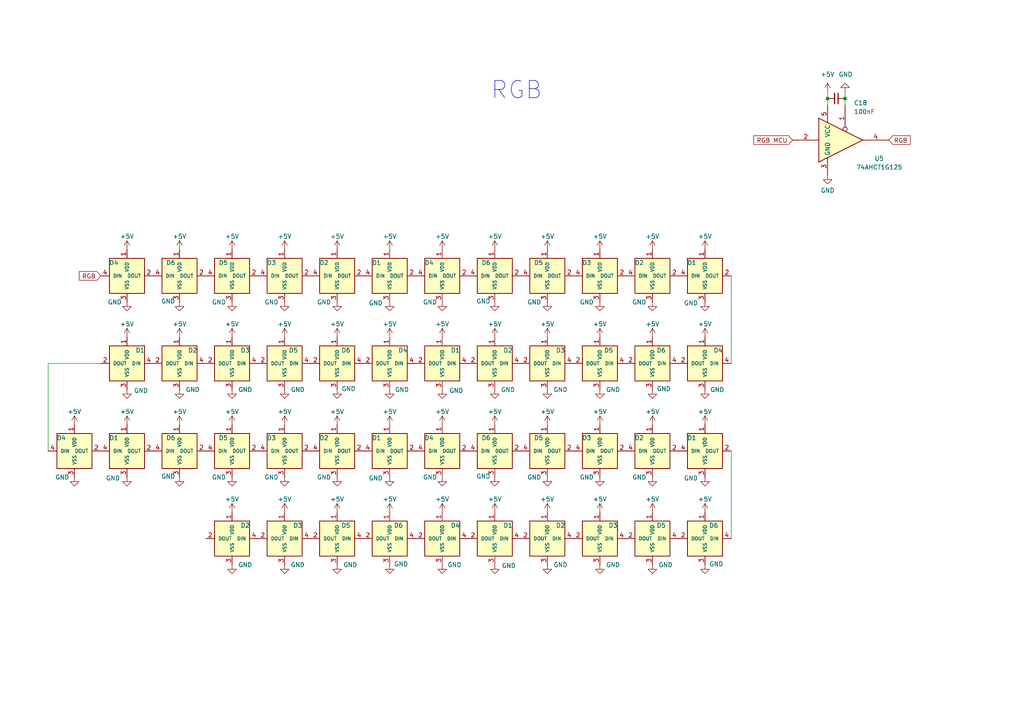
<source format=kicad_sch>
(kicad_sch (version 20230121) (generator eeschema)
  (paper "A4")
  (junction (at 240.03 28.575))
  (junction (at 245.11 28.575))
  (wire (pts (xy 240.03 26.67) (xy 240.03 28.575)))
  (wire (pts (xy 245.11 28.575) (xy 245.11 30.48)))
  (wire (pts (xy 13.97 105.41) (xy 29.21 105.41)))
  (wire (pts (xy 13.97 105.41) (xy 13.97 130.81)))
  (wire (pts (xy 245.11 26.67) (xy 245.11 28.575)))
  (wire (pts (xy 212.09 130.81) (xy 212.09 156.21)))
  (wire (pts (xy 240.03 28.575) (xy 240.03 30.48)))
  (wire (pts (xy 212.09 80.01) (xy 212.09 105.41)))
  (text "RGB" (at 142.24 29.21 0) (effects (font (size 5 5)) (justify left bottom)))
  (global_label "RGB" (shape input) (at 29.21 80.01 180) (property "Intersheetrefs" "${INTERSHEET_REFS}" (effects hide)))
  (global_label "RGB MCU" (shape input) (at 229.87 40.64 180) (property "Intersheetrefs" "${INTERSHEET_REFS}" (effects hide)))
  (global_label "RGB" (shape input) (at 257.81 40.64 0) (property "Intersheetrefs" "${INTERSHEET_REFS}" (effects hide)))
  (symbol (lib_id "cipulot_parts:YS-SK6812MINI-E") (at 204.47 105.41 0) (mirror y) (unit 1)
    (property "Reference" "D4" (at 208.28 101.6 0))
    (property "Value" "SK6812MINI-E" (effects hide))
    (property "Footprint" "cipulot_parts:SK6812-MINI-E" (effects hide))
    (property "Datasheet" "https://cdn-shop.adafruit.com/product-files/2686/SK6812MINI_REV.01-1-2.pdf" (effects hide))
    (property "LCSC Part" "C5149201" (effects hide))
    (property "LCSC" "C5149201" (effects hide))
    (instances (project "MoonPad" (path "" (reference "D4") (unit 1))) (project "vootington minivan" (path "" (reference "D?") (unit 1)) (path "" (reference "D19") (unit 1))))
  )
  (symbol (lib_id "power:+5V") (at 97.79 123.19 0) (mirror y) (unit 1)
    (property "Reference" "#PWR037" (effects hide))
    (property "Value" "+5V" (at 97.79 119.38 0))
    (instances (project "MoonPad" (path "" (reference "#PWR037") (unit 1))) (project "vootington minivan" (path "" (reference "#PWR?") (unit 1)) (path "" (reference "#PWR0269") (unit 1))))
  )
  (symbol (lib_id "power:GND") (at 128.27 87.63 0) (mirror y) (unit 1)
    (property "Reference" "#PWR045" (effects hide))
    (property "Value" "GND" (at 124.714 87.63 0))
    (instances (project "MoonPad" (path "" (reference "#PWR045") (unit 1))) (project "vootington minivan" (path "" (reference "#PWR?") (unit 1)) (path "" (reference "#PWR051") (unit 1))))
  )
  (symbol (lib_id "power:GND") (at 158.75 163.83 0) (unit 1)
    (property "Reference" "#PWR031" (effects hide))
    (property "Value" "GND" (at 162.56 163.83 0))
    (instances (project "MoonPad" (path "" (reference "#PWR031") (unit 1))) (project "vootington minivan" (path "" (reference "#PWR?") (unit 1)) (path "" (reference "#PWR0351") (unit 1))))
  )
  (symbol (lib_id "cipulot_parts:YS-SK6812MINI-E") (at 128.27 130.81 0) (unit 1)
    (property "Reference" "D4" (at 124.46 127 0))
    (property "Value" "SK6812MINI-E" (effects hide))
    (property "Footprint" "cipulot_parts:SK6812-MINI-E" (effects hide))
    (property "Datasheet" "https://cdn-shop.adafruit.com/product-files/2686/SK6812MINI_REV.01-1-2.pdf" (effects hide))
    (property "LCSC Part" "C5149201" (effects hide))
    (property "LCSC" "C5149201" (effects hide))
    (instances (project "MoonPad" (path "" (reference "D4") (unit 1))) (project "vootington minivan" (path "" (reference "D?") (unit 1)) (path "" (reference "D37") (unit 1))))
  )
  (symbol (lib_id "power:GND") (at 128.27 113.03 0) (unit 1)
    (property "Reference" "#PWR043" (effects hide))
    (property "Value" "GND" (at 132.334 113.284 0))
    (instances (project "MoonPad" (path "" (reference "#PWR043") (unit 1))) (project "vootington minivan" (path "" (reference "#PWR?") (unit 1)) (path "" (reference "#PWR0338") (unit 1))))
  )
  (symbol (lib_id "power:GND") (at 128.27 138.43 0) (mirror y) (unit 1)
    (property "Reference" "#PWR045" (effects hide))
    (property "Value" "GND" (at 124.714 138.43 0))
    (instances (project "MoonPad" (path "" (reference "#PWR045") (unit 1))) (project "vootington minivan" (path "" (reference "#PWR?") (unit 1)) (path "" (reference "#PWR0331") (unit 1))))
  )
  (symbol (lib_id "power:+5V") (at 113.03 97.79 0) (unit 1)
    (property "Reference" "#PWR040" (effects hide))
    (property "Value" "+5V" (at 113.03 93.98 0))
    (instances (project "MoonPad" (path "" (reference "#PWR040") (unit 1))) (project "vootington minivan" (path "" (reference "#PWR?") (unit 1)) (path "" (reference "#PWR0252") (unit 1))))
  )
  (symbol (lib_id "cipulot_parts:YS-SK6812MINI-E") (at 82.55 156.21 0) (mirror y) (unit 1)
    (property "Reference" "D3" (at 86.36 152.4 0))
    (property "Value" "SK6812MINI-E" (effects hide))
    (property "Footprint" "cipulot_parts:SK6812-MINI-E" (effects hide))
    (property "Datasheet" "https://datasheet.lcsc.com/lcsc/2209211130_OPSCO-Optoelectronics-SK6812MINI-B-012_C5183448.pdf" (effects hide))
    (property "LCSC Part" "C5183448" (effects hide))
    (property "LCSC" "C5183448" (effects hide))
    (instances (project "MoonPad" (path "" (reference "D3") (unit 1))) (project "vootington minivan" (path "" (reference "D?") (unit 1)) (path "" (reference "D46") (unit 1))))
  )
  (symbol (lib_id "power:+5V") (at 173.99 148.59 0) (unit 1)
    (property "Reference" "#PWR040" (effects hide))
    (property "Value" "+5V" (at 173.99 144.78 0))
    (instances (project "MoonPad" (path "" (reference "#PWR040") (unit 1))) (project "vootington minivan" (path "" (reference "#PWR?") (unit 1)) (path "" (reference "#PWR0294") (unit 1))))
  )
  (symbol (lib_id "cipulot_parts:YS-SK6812MINI-E") (at 67.31 130.81 0) (unit 1)
    (property "Reference" "D5" (at 64.77 127 0))
    (property "Value" "SK6812MINI-E" (effects hide))
    (property "Footprint" "cipulot_parts:SK6812-MINI-E" (effects hide))
    (property "Datasheet" "https://datasheet.lcsc.com/lcsc/2209211130_OPSCO-Optoelectronics-SK6812MINI-B-012_C5183448.pdf" (effects hide))
    (property "LCSC Part" "C5183448" (effects hide))
    (property "LCSC" "C5183448" (effects hide))
    (instances (project "MoonPad" (path "" (reference "D5") (unit 1))) (project "vootington minivan" (path "" (reference "D?") (unit 1)) (path "" (reference "D29") (unit 1))))
  )
  (symbol (lib_id "power:+5V") (at 158.75 123.19 0) (mirror y) (unit 1)
    (property "Reference" "#PWR030" (effects hide))
    (property "Value" "+5V" (at 158.75 119.38 0))
    (instances (project "MoonPad" (path "" (reference "#PWR030") (unit 1))) (project "vootington minivan" (path "" (reference "#PWR?") (unit 1)) (path "" (reference "#PWR0277") (unit 1))))
  )
  (symbol (lib_id "power:+5V") (at 97.79 148.59 0) (unit 1)
    (property "Reference" "#PWR030" (effects hide))
    (property "Value" "+5V" (at 97.79 144.78 0))
    (instances (project "MoonPad" (path "" (reference "#PWR030") (unit 1))) (project "vootington minivan" (path "" (reference "#PWR?") (unit 1)) (path "" (reference "#PWR0301") (unit 1))))
  )
  (symbol (lib_id "power:+5V") (at 128.27 148.59 0) (unit 1)
    (property "Reference" "#PWR040" (effects hide))
    (property "Value" "+5V" (at 128.27 144.78 0))
    (instances (project "MoonPad" (path "" (reference "#PWR040") (unit 1))) (project "vootington minivan" (path "" (reference "#PWR?") (unit 1)) (path "" (reference "#PWR0303") (unit 1))))
  )
  (symbol (lib_id "cipulot_parts:YS-SK6812MINI-E") (at 204.47 130.81 0) (unit 1)
    (property "Reference" "D1" (at 200.66 127 0))
    (property "Value" "SK6812MINI-E" (effects hide))
    (property "Footprint" "cipulot_parts:SK6812-MINI-E" (effects hide))
    (property "Datasheet" "https://cdn-shop.adafruit.com/product-files/2686/SK6812MINI_REV.01-1-2.pdf" (effects hide))
    (property "LCSC Part" "C5149201" (effects hide))
    (property "LCSC" "C5149201" (effects hide))
    (instances (project "MoonPad" (path "" (reference "D1") (unit 1))) (project "vootington minivan" (path "" (reference "D?") (unit 1)) (path "" (reference "D32") (unit 1))))
  )
  (symbol (lib_id "power:+5V") (at 128.27 123.19 0) (mirror y) (unit 1)
    (property "Reference" "#PWR040" (effects hide))
    (property "Value" "+5V" (at 128.27 119.38 0))
    (instances (project "MoonPad" (path "" (reference "#PWR040") (unit 1))) (project "vootington minivan" (path "" (reference "#PWR?") (unit 1)) (path "" (reference "#PWR0279") (unit 1))))
  )
  (symbol (lib_id "cipulot_parts:YS-SK6812MINI-E") (at 97.79 156.21 0) (mirror y) (unit 1)
    (property "Reference" "D5" (at 100.33 152.4 0))
    (property "Value" "SK6812MINI-E" (effects hide))
    (property "Footprint" "cipulot_parts:SK6812-MINI-E" (effects hide))
    (property "Datasheet" "https://datasheet.lcsc.com/lcsc/2209211130_OPSCO-Optoelectronics-SK6812MINI-B-012_C5183448.pdf" (effects hide))
    (property "LCSC Part" "C5183448" (effects hide))
    (property "LCSC" "C5183448" (effects hide))
    (instances (project "MoonPad" (path "" (reference "D5") (unit 1))) (project "vootington minivan" (path "" (reference "D?") (unit 1)) (path "" (reference "D47") (unit 1))))
  )
  (symbol (lib_id "cipulot_parts:YS-SK6812MINI-E") (at 113.03 156.21 0) (mirror y) (unit 1)
    (property "Reference" "D6" (at 115.57 152.4 0))
    (property "Value" "SK6812MINI-E" (effects hide))
    (property "Footprint" "cipulot_parts:SK6812-MINI-E" (effects hide))
    (property "Datasheet" "https://datasheet.lcsc.com/lcsc/2209211130_OPSCO-Optoelectronics-SK6812MINI-B-012_C5183448.pdf" (effects hide))
    (property "LCSC Part" "C5183448" (effects hide))
    (property "LCSC" "C5183448" (effects hide))
    (instances (project "MoonPad" (path "" (reference "D6") (unit 1))) (project "vootington minivan" (path "" (reference "D?") (unit 1)) (path "" (reference "D48") (unit 1))))
  )
  (symbol (lib_id "power:GND") (at 143.51 113.03 0) (unit 1)
    (property "Reference" "#PWR031" (effects hide))
    (property "Value" "GND" (at 147.32 113.03 0))
    (instances (project "MoonPad" (path "" (reference "#PWR031") (unit 1))) (project "vootington minivan" (path "" (reference "#PWR?") (unit 1)) (path "" (reference "#PWR0339") (unit 1))))
  )
  (symbol (lib_id "power:+5V") (at 113.03 148.59 0) (unit 1)
    (property "Reference" "#PWR037" (effects hide))
    (property "Value" "+5V" (at 113.03 144.78 0))
    (instances (project "MoonPad" (path "" (reference "#PWR037") (unit 1))) (project "vootington minivan" (path "" (reference "#PWR?") (unit 1)) (path "" (reference "#PWR0302") (unit 1))))
  )
  (symbol (lib_id "power:GND") (at 97.79 163.83 0) (unit 1)
    (property "Reference" "#PWR041" (effects hide))
    (property "Value" "GND" (at 101.6 163.83 0))
    (instances (project "MoonPad" (path "" (reference "#PWR041") (unit 1))) (project "vootington minivan" (path "" (reference "#PWR?") (unit 1)) (path "" (reference "#PWR0335") (unit 1))))
  )
  (symbol (lib_id "power:GND") (at 158.75 87.63 0) (mirror y) (unit 1)
    (property "Reference" "#PWR041" (effects hide))
    (property "Value" "GND" (at 154.94 87.63 0))
    (instances (project "MoonPad" (path "" (reference "#PWR041") (unit 1))) (project "vootington minivan" (path "" (reference "#PWR?") (unit 1)) (path "" (reference "#PWR049") (unit 1))))
  )
  (symbol (lib_id "power:GND") (at 36.83 87.63 0) (mirror y) (unit 1)
    (property "Reference" "#PWR045" (effects hide))
    (property "Value" "GND" (at 33.274 87.63 0))
    (instances (project "MoonPad" (path "" (reference "#PWR045") (unit 1))) (project "vootington minivan" (path "" (reference "#PWR?") (unit 1)) (path "" (reference "#PWR0319") (unit 1))))
  )
  (symbol (lib_id "power:+5V") (at 36.83 97.79 0) (unit 1)
    (property "Reference" "#PWR030" (effects hide))
    (property "Value" "+5V" (at 36.83 93.98 0))
    (instances (project "MoonPad" (path "" (reference "#PWR030") (unit 1))) (project "vootington minivan" (path "" (reference "#PWR?") (unit 1)) (path "" (reference "#PWR0244") (unit 1))))
  )
  (symbol (lib_id "cipulot_parts:YS-SK6812MINI-E") (at 82.55 80.01 0) (unit 1)
    (property "Reference" "D3" (at 78.74 76.2 0))
    (property "Value" "SK6812MINI-E" (effects hide))
    (property "Footprint" "cipulot_parts:SK6812-MINI-E" (effects hide))
    (property "Datasheet" "https://datasheet.lcsc.com/lcsc/2209211130_OPSCO-Optoelectronics-SK6812MINI-B-012_C5183448.pdf" (effects hide))
    (property "LCSC Part" "C5183448" (effects hide))
    (property "LCSC" "C5183448" (effects hide))
    (instances (project "MoonPad" (path "" (reference "D3") (unit 1))) (project "vootington minivan" (path "" (reference "D?") (unit 1)) (path "" (reference "D10") (unit 1))))
  )
  (symbol (lib_id "cipulot_parts:YS-SK6812MINI-E") (at 52.07 105.41 0) (mirror y) (unit 1)
    (property "Reference" "D2" (at 55.88 101.6 0))
    (property "Value" "SK6812MINI-E" (effects hide))
    (property "Footprint" "cipulot_parts:SK6812-MINI-E" (effects hide))
    (property "Datasheet" "https://datasheet.lcsc.com/lcsc/2209211130_OPSCO-Optoelectronics-SK6812MINI-B-012_C5183448.pdf" (effects hide))
    (property "LCSC Part" "C5183448" (effects hide))
    (property "LCSC" "C5183448" (effects hide))
    (instances (project "MoonPad" (path "" (reference "D2") (unit 1))) (project "vootington minivan" (path "" (reference "D?") (unit 1)) (path "" (reference "D21") (unit 1))))
  )
  (symbol (lib_id "power:+5V") (at 36.83 72.39 0) (mirror y) (unit 1)
    (property "Reference" "#PWR040" (effects hide))
    (property "Value" "+5V" (at 36.83 68.58 0))
    (instances (project "MoonPad" (path "" (reference "#PWR040") (unit 1))) (project "vootington minivan" (path "" (reference "#PWR?") (unit 1)) (path "" (reference "#PWR0240") (unit 1))))
  )
  (symbol (lib_id "cipulot_parts:YS-SK6812MINI-E") (at 158.75 130.81 0) (unit 1)
    (property "Reference" "D5" (at 156.21 127 0))
    (property "Value" "SK6812MINI-E" (effects hide))
    (property "Footprint" "cipulot_parts:SK6812-MINI-E" (effects hide))
    (property "Datasheet" "https://datasheet.lcsc.com/lcsc/2209211130_OPSCO-Optoelectronics-SK6812MINI-B-012_C5183448.pdf" (effects hide))
    (property "LCSC Part" "C5183448" (effects hide))
    (property "LCSC" "C5183448" (effects hide))
    (instances (project "MoonPad" (path "" (reference "D5") (unit 1))) (project "vootington minivan" (path "" (reference "D?") (unit 1)) (path "" (reference "D35") (unit 1))))
  )
  (symbol (lib_id "cipulot_parts:YS-SK6812MINI-E") (at 82.55 130.81 0) (unit 1)
    (property "Reference" "D3" (at 78.74 127 0))
    (property "Value" "SK6812MINI-E" (effects hide))
    (property "Footprint" "cipulot_parts:SK6812-MINI-E" (effects hide))
    (property "Datasheet" "https://datasheet.lcsc.com/lcsc/2209211130_OPSCO-Optoelectronics-SK6812MINI-B-012_C5183448.pdf" (effects hide))
    (property "LCSC Part" "C5183448" (effects hide))
    (property "LCSC" "C5183448" (effects hide))
    (instances (project "MoonPad" (path "" (reference "D3") (unit 1))) (project "vootington minivan" (path "" (reference "D?") (unit 1)) (path "" (reference "D28") (unit 1))))
  )
  (symbol (lib_id "cipulot_parts:YS-SK6812MINI-E") (at 82.55 105.41 0) (mirror y) (unit 1)
    (property "Reference" "D5" (at 85.09 101.6 0))
    (property "Value" "SK6812MINI-E" (effects hide))
    (property "Footprint" "cipulot_parts:SK6812-MINI-E" (effects hide))
    (property "Datasheet" "https://datasheet.lcsc.com/lcsc/2209211130_OPSCO-Optoelectronics-SK6812MINI-B-012_C5183448.pdf" (effects hide))
    (property "LCSC Part" "C5183448" (effects hide))
    (property "LCSC" "C5183448" (effects hide))
    (instances (project "MoonPad" (path "" (reference "D5") (unit 1))) (project "vootington minivan" (path "" (reference "D?") (unit 1)) (path "" (reference "D23") (unit 1))))
  )
  (symbol (lib_id "cipulot_parts:YS-SK6812MINI-E") (at 113.03 80.01 0) (unit 1)
    (property "Reference" "D1" (at 109.22 76.2 0))
    (property "Value" "SK6812MINI-E" (effects hide))
    (property "Footprint" "cipulot_parts:SK6812-MINI-E" (effects hide))
    (property "Datasheet" "https://cdn-shop.adafruit.com/product-files/2686/SK6812MINI_REV.01-1-2.pdf" (effects hide))
    (property "LCSC Part" "C5149201" (effects hide))
    (property "LCSC" "C5149201" (effects hide))
    (instances (project "MoonPad" (path "" (reference "D1") (unit 1))) (project "vootington minivan" (path "" (reference "D?") (unit 1)) (path "" (reference "D8") (unit 1))))
  )
  (symbol (lib_id "cipulot_parts:YS-SK6812MINI-E") (at 36.83 130.81 0) (unit 1)
    (property "Reference" "D1" (at 33.02 127 0))
    (property "Value" "SK6812MINI-E" (effects hide))
    (property "Footprint" "cipulot_parts:SK6812-MINI-E" (effects hide))
    (property "Datasheet" "https://cdn-shop.adafruit.com/product-files/2686/SK6812MINI_REV.01-1-2.pdf" (effects hide))
    (property "LCSC Part" "C5149201" (effects hide))
    (property "LCSC" "C5149201" (effects hide))
    (instances (project "MoonPad" (path "" (reference "D1") (unit 1))) (project "vootington minivan" (path "" (reference "D?") (unit 1)) (path "" (reference "D44") (unit 1))))
  )
  (symbol (lib_id "power:GND") (at 189.23 113.03 0) (unit 1)
    (property "Reference" "#PWR033" (effects hide))
    (property "Value" "GND" (at 192.532 112.776 0))
    (instances (project "MoonPad" (path "" (reference "#PWR033") (unit 1))) (project "vootington minivan" (path "" (reference "#PWR?") (unit 1)) (path "" (reference "#PWR0342") (unit 1))))
  )
  (symbol (lib_id "cipulot_parts:YS-SK6812MINI-E") (at 189.23 80.01 0) (unit 1)
    (property "Reference" "D2" (at 185.42 76.2 0))
    (property "Value" "SK6812MINI-E" (effects hide))
    (property "Footprint" "cipulot_parts:SK6812-MINI-E" (effects hide))
    (property "Datasheet" "https://datasheet.lcsc.com/lcsc/2209211130_OPSCO-Optoelectronics-SK6812MINI-B-012_C5183448.pdf" (effects hide))
    (property "LCSC Part" "C5183448" (effects hide))
    (property "LCSC" "C5183448" (effects hide))
    (instances (project "MoonPad" (path "" (reference "D2") (unit 1))) (project "vootington minivan" (path "" (reference "D?") (unit 1)) (path "" (reference "D3") (unit 1))))
  )
  (symbol (lib_id "power:GND") (at 82.55 113.03 0) (unit 1)
    (property "Reference" "#PWR041" (effects hide))
    (property "Value" "GND" (at 86.36 113.03 0))
    (instances (project "MoonPad" (path "" (reference "#PWR041") (unit 1))) (project "vootington minivan" (path "" (reference "#PWR?") (unit 1)) (path "" (reference "#PWR0323") (unit 1))))
  )
  (symbol (lib_id "power:+5V") (at 113.03 72.39 0) (mirror y) (unit 1)
    (property "Reference" "#PWR030" (effects hide))
    (property "Value" "+5V" (at 113.03 68.58 0))
    (instances (project "MoonPad" (path "" (reference "#PWR030") (unit 1))) (project "vootington minivan" (path "" (reference "#PWR?") (unit 1)) (path "" (reference "#PWR0224") (unit 1))))
  )
  (symbol (lib_id "power:+5V") (at 143.51 97.79 0) (unit 1)
    (property "Reference" "#PWR037" (effects hide))
    (property "Value" "+5V" (at 143.51 93.98 0))
    (instances (project "MoonPad" (path "" (reference "#PWR037") (unit 1))) (project "vootington minivan" (path "" (reference "#PWR?") (unit 1)) (path "" (reference "#PWR0257") (unit 1))))
  )
  (symbol (lib_id "cipulot_parts:YS-SK6812MINI-E") (at 52.07 80.01 0) (unit 1)
    (property "Reference" "D6" (at 49.53 76.2 0))
    (property "Value" "SK6812MINI-E" (effects hide))
    (property "Footprint" "cipulot_parts:SK6812-MINI-E" (effects hide))
    (property "Datasheet" "https://datasheet.lcsc.com/lcsc/2209211130_OPSCO-Optoelectronics-SK6812MINI-B-012_C5183448.pdf" (effects hide))
    (property "LCSC Part" "C5183448" (effects hide))
    (property "LCSC" "C5183448" (effects hide))
    (instances (project "MoonPad" (path "" (reference "D6") (unit 1))) (project "vootington minivan" (path "" (reference "D?") (unit 1)) (path "" (reference "D12") (unit 1))))
  )
  (symbol (lib_id "cipulot_parts:YS-SK6812MINI-E") (at 97.79 130.81 0) (unit 1)
    (property "Reference" "D2" (at 93.98 127 0))
    (property "Value" "SK6812MINI-E" (effects hide))
    (property "Footprint" "cipulot_parts:SK6812-MINI-E" (effects hide))
    (property "Datasheet" "https://datasheet.lcsc.com/lcsc/2209211130_OPSCO-Optoelectronics-SK6812MINI-B-012_C5183448.pdf" (effects hide))
    (property "LCSC Part" "C5183448" (effects hide))
    (property "LCSC" "C5183448" (effects hide))
    (instances (project "MoonPad" (path "" (reference "D2") (unit 1))) (project "vootington minivan" (path "" (reference "D?") (unit 1)) (path "" (reference "D27") (unit 1))))
  )
  (symbol (lib_id "power:GND") (at 97.79 113.03 0) (unit 1)
    (property "Reference" "#PWR033" (effects hide))
    (property "Value" "GND" (at 101.092 112.776 0))
    (instances (project "MoonPad" (path "" (reference "#PWR033") (unit 1))) (project "vootington minivan" (path "" (reference "#PWR?") (unit 1)) (path "" (reference "#PWR0324") (unit 1))))
  )
  (symbol (lib_id "power:GND") (at 158.75 113.03 0) (unit 1)
    (property "Reference" "#PWR038" (effects hide))
    (property "Value" "GND" (at 162.56 113.03 0))
    (instances (project "MoonPad" (path "" (reference "#PWR038") (unit 1))) (project "vootington minivan" (path "" (reference "#PWR?") (unit 1)) (path "" (reference "#PWR0340") (unit 1))))
  )
  (symbol (lib_id "power:GND") (at 128.27 163.83 0) (unit 1)
    (property "Reference" "#PWR045" (effects hide))
    (property "Value" "GND" (at 131.826 163.83 0))
    (instances (project "MoonPad" (path "" (reference "#PWR045") (unit 1))) (project "vootington minivan" (path "" (reference "#PWR?") (unit 1)) (path "" (reference "#PWR0337") (unit 1))))
  )
  (symbol (lib_id "power:+5V") (at 36.83 123.19 0) (mirror y) (unit 1)
    (property "Reference" "#PWR030" (effects hide))
    (property "Value" "+5V" (at 36.83 119.38 0))
    (instances (project "MoonPad" (path "" (reference "#PWR030") (unit 1))) (project "vootington minivan" (path "" (reference "#PWR?") (unit 1)) (path "" (reference "#PWR0298") (unit 1))))
  )
  (symbol (lib_id "power:GND") (at 36.83 138.43 0) (mirror y) (unit 1)
    (property "Reference" "#PWR043" (effects hide))
    (property "Value" "GND" (at 32.766 138.684 0))
    (instances (project "MoonPad" (path "" (reference "#PWR043") (unit 1))) (project "vootington minivan" (path "" (reference "#PWR?") (unit 1)) (path "" (reference "#PWR0332") (unit 1))))
  )
  (symbol (lib_id "power:+5V") (at 82.55 148.59 0) (unit 1)
    (property "Reference" "#PWR040" (effects hide))
    (property "Value" "+5V" (at 82.55 144.78 0))
    (instances (project "MoonPad" (path "" (reference "#PWR040") (unit 1))) (project "vootington minivan" (path "" (reference "#PWR?") (unit 1)) (path "" (reference "#PWR0300") (unit 1))))
  )
  (symbol (lib_id "cipulot_parts:YS-SK6812MINI-E") (at 128.27 156.21 0) (mirror y) (unit 1)
    (property "Reference" "D4" (at 132.08 152.4 0))
    (property "Value" "SK6812MINI-E" (effects hide))
    (property "Footprint" "cipulot_parts:SK6812-MINI-E" (effects hide))
    (property "Datasheet" "https://cdn-shop.adafruit.com/product-files/2686/SK6812MINI_REV.01-1-2.pdf" (effects hide))
    (property "LCSC Part" "C5149201" (effects hide))
    (property "LCSC" "C5149201" (effects hide))
    (instances (project "MoonPad" (path "" (reference "D4") (unit 1))) (project "vootington minivan" (path "" (reference "D?") (unit 1)) (path "" (reference "D49") (unit 1))))
  )
  (symbol (lib_id "power:+5V") (at 158.75 97.79 0) (unit 1)
    (property "Reference" "#PWR040" (effects hide))
    (property "Value" "+5V" (at 158.75 93.98 0))
    (instances (project "MoonPad" (path "" (reference "#PWR040") (unit 1))) (project "vootington minivan" (path "" (reference "#PWR?") (unit 1)) (path "" (reference "#PWR0258") (unit 1))))
  )
  (symbol (lib_id "power:GND") (at 67.31 113.03 0) (unit 1)
    (property "Reference" "#PWR038" (effects hide))
    (property "Value" "GND" (at 71.12 113.03 0))
    (instances (project "MoonPad" (path "" (reference "#PWR038") (unit 1))) (project "vootington minivan" (path "" (reference "#PWR?") (unit 1)) (path "" (reference "#PWR0322") (unit 1))))
  )
  (symbol (lib_id "cipulot_parts:YS-SK6812MINI-E") (at 189.23 130.81 0) (unit 1)
    (property "Reference" "D2" (at 185.42 127 0))
    (property "Value" "SK6812MINI-E" (effects hide))
    (property "Footprint" "cipulot_parts:SK6812-MINI-E" (effects hide))
    (property "Datasheet" "https://datasheet.lcsc.com/lcsc/2209211130_OPSCO-Optoelectronics-SK6812MINI-B-012_C5183448.pdf" (effects hide))
    (property "LCSC Part" "C5183448" (effects hide))
    (property "LCSC" "C5183448" (effects hide))
    (instances (project "MoonPad" (path "" (reference "D2") (unit 1))) (project "vootington minivan" (path "" (reference "D?") (unit 1)) (path "" (reference "D33") (unit 1))))
  )
  (symbol (lib_id "power:GND") (at 52.07 113.03 0) (unit 1)
    (property "Reference" "#PWR031" (effects hide))
    (property "Value" "GND" (at 55.88 113.03 0))
    (instances (project "MoonPad" (path "" (reference "#PWR031") (unit 1))) (project "vootington minivan" (path "" (reference "#PWR?") (unit 1)) (path "" (reference "#PWR0321") (unit 1))))
  )
  (symbol (lib_id "cipulot_parts:YS-SK6812MINI-E") (at 143.51 156.21 0) (mirror y) (unit 1)
    (property "Reference" "D1" (at 147.32 152.4 0))
    (property "Value" "SK6812MINI-E" (effects hide))
    (property "Footprint" "cipulot_parts:SK6812-MINI-E" (effects hide))
    (property "Datasheet" "https://cdn-shop.adafruit.com/product-files/2686/SK6812MINI_REV.01-1-2.pdf" (effects hide))
    (property "LCSC Part" "C5149201" (effects hide))
    (property "LCSC" "C5149201" (effects hide))
    (instances (project "MoonPad" (path "" (reference "D1") (unit 1))) (project "vootington minivan" (path "" (reference "D?") (unit 1)) (path "" (reference "D38") (unit 1))))
  )
  (symbol (lib_id "power:+5V") (at 52.07 97.79 0) (unit 1)
    (property "Reference" "#PWR037" (effects hide))
    (property "Value" "+5V" (at 52.07 93.98 0))
    (instances (project "MoonPad" (path "" (reference "#PWR037") (unit 1))) (project "vootington minivan" (path "" (reference "#PWR?") (unit 1)) (path "" (reference "#PWR0245") (unit 1))))
  )
  (symbol (lib_id "power:+5V") (at 128.27 72.39 0) (mirror y) (unit 1)
    (property "Reference" "#PWR040" (effects hide))
    (property "Value" "+5V" (at 128.27 68.58 0))
    (instances (project "MoonPad" (path "" (reference "#PWR040") (unit 1))) (project "vootington minivan" (path "" (reference "#PWR?") (unit 1)) (path "" (reference "#PWR038") (unit 1))))
  )
  (symbol (lib_id "power:GND") (at 245.11 26.67 180) (unit 1)
    (property "Reference" "#PWR0137" (effects hide))
    (property "Value" "GND" (at 243.205 21.59 0) (effects (justify right)))
    (instances (project "rgb" (path "" (reference "#PWR0137") (unit 1))) (project "vootington minivan" (path "" (reference "#PWR017") (unit 1))) (project "UB46" (path "" (reference "#PWR0137") (unit 1))))
  )
  (symbol (lib_id "power:GND") (at 143.51 87.63 0) (mirror y) (unit 1)
    (property "Reference" "#PWR033" (effects hide))
    (property "Value" "GND" (at 140.208 87.376 0))
    (instances (project "MoonPad" (path "" (reference "#PWR033") (unit 1))) (project "vootington minivan" (path "" (reference "#PWR?") (unit 1)) (path "" (reference "#PWR050") (unit 1))))
  )
  (symbol (lib_id "cipulot_parts:YS-SK6812MINI-E") (at 52.07 130.81 0) (unit 1)
    (property "Reference" "D6" (at 49.53 127 0))
    (property "Value" "SK6812MINI-E" (effects hide))
    (property "Footprint" "cipulot_parts:SK6812-MINI-E" (effects hide))
    (property "Datasheet" "https://datasheet.lcsc.com/lcsc/2209211130_OPSCO-Optoelectronics-SK6812MINI-B-012_C5183448.pdf" (effects hide))
    (property "LCSC Part" "C5183448" (effects hide))
    (property "LCSC" "C5183448" (effects hide))
    (instances (project "MoonPad" (path "" (reference "D6") (unit 1))) (project "vootington minivan" (path "" (reference "D?") (unit 1)) (path "" (reference "D30") (unit 1))))
  )
  (symbol (lib_id "power:+5V") (at 67.31 123.19 0) (mirror y) (unit 1)
    (property "Reference" "#PWR030" (effects hide))
    (property "Value" "+5V" (at 67.31 119.38 0))
    (instances (project "MoonPad" (path "" (reference "#PWR030") (unit 1))) (project "vootington minivan" (path "" (reference "#PWR?") (unit 1)) (path "" (reference "#PWR0271") (unit 1))))
  )
  (symbol (lib_id "power:+5V") (at 189.23 72.39 0) (mirror y) (unit 1)
    (property "Reference" "#PWR026" (effects hide))
    (property "Value" "+5V" (at 189.23 68.58 0))
    (instances (project "MoonPad" (path "" (reference "#PWR026") (unit 1))) (project "vootington minivan" (path "" (reference "#PWR?") (unit 1)) (path "" (reference "#PWR034") (unit 1))))
  )
  (symbol (lib_id "power:GND") (at 67.31 87.63 0) (mirror y) (unit 1)
    (property "Reference" "#PWR041" (effects hide))
    (property "Value" "GND" (at 63.5 87.63 0))
    (instances (project "MoonPad" (path "" (reference "#PWR041") (unit 1))) (project "vootington minivan" (path "" (reference "#PWR?") (unit 1)) (path "" (reference "#PWR0317") (unit 1))))
  )
  (symbol (lib_id "power:+5V") (at 67.31 72.39 0) (mirror y) (unit 1)
    (property "Reference" "#PWR030" (effects hide))
    (property "Value" "+5V" (at 67.31 68.58 0))
    (instances (project "MoonPad" (path "" (reference "#PWR030") (unit 1))) (project "vootington minivan" (path "" (reference "#PWR?") (unit 1)) (path "" (reference "#PWR0238") (unit 1))))
  )
  (symbol (lib_id "power:+5V") (at 204.47 97.79 0) (unit 1)
    (property "Reference" "#PWR040" (effects hide))
    (property "Value" "+5V" (at 204.47 93.98 0))
    (instances (project "MoonPad" (path "" (reference "#PWR040") (unit 1))) (project "vootington minivan" (path "" (reference "#PWR?") (unit 1)) (path "" (reference "#PWR0264") (unit 1))))
  )
  (symbol (lib_id "power:+5V") (at 204.47 123.19 0) (mirror y) (unit 1)
    (property "Reference" "#PWR030" (effects hide))
    (property "Value" "+5V" (at 204.47 119.38 0))
    (instances (project "MoonPad" (path "" (reference "#PWR030") (unit 1))) (project "vootington minivan" (path "" (reference "#PWR?") (unit 1)) (path "" (reference "#PWR0274") (unit 1))))
  )
  (symbol (lib_id "power:+5V") (at 143.51 72.39 0) (mirror y) (unit 1)
    (property "Reference" "#PWR037" (effects hide))
    (property "Value" "+5V" (at 143.51 68.58 0))
    (instances (project "MoonPad" (path "" (reference "#PWR037") (unit 1))) (project "vootington minivan" (path "" (reference "#PWR?") (unit 1)) (path "" (reference "#PWR037") (unit 1))))
  )
  (symbol (lib_id "power:GND") (at 240.03 50.8 0) (unit 1)
    (property "Reference" "#PWR0136" (effects hide))
    (property "Value" "GND" (at 240.03 55.245 0))
    (instances (project "rgb" (path "" (reference "#PWR0136") (unit 1))) (project "vootington minivan" (path "" (reference "#PWR019") (unit 1))) (project "UB46" (path "" (reference "#PWR0136") (unit 1))))
  )
  (symbol (lib_id "power:+5V") (at 82.55 72.39 0) (mirror y) (unit 1)
    (property "Reference" "#PWR040" (effects hide))
    (property "Value" "+5V" (at 82.55 68.58 0))
    (instances (project "MoonPad" (path "" (reference "#PWR040") (unit 1))) (project "vootington minivan" (path "" (reference "#PWR?") (unit 1)) (path "" (reference "#PWR0226") (unit 1))))
  )
  (symbol (lib_id "power:GND") (at 189.23 138.43 0) (mirror y) (unit 1)
    (property "Reference" "#PWR031" (effects hide))
    (property "Value" "GND" (at 185.42 138.43 0))
    (instances (project "MoonPad" (path "" (reference "#PWR031") (unit 1))) (project "vootington minivan" (path "" (reference "#PWR?") (unit 1)) (path "" (reference "#PWR0327") (unit 1))))
  )
  (symbol (lib_id "cipulot_parts:YS-SK6812MINI-E") (at 173.99 156.21 0) (mirror y) (unit 1)
    (property "Reference" "D3" (at 177.8 152.4 0))
    (property "Value" "SK6812MINI-E" (effects hide))
    (property "Footprint" "cipulot_parts:SK6812-MINI-E" (effects hide))
    (property "Datasheet" "https://datasheet.lcsc.com/lcsc/2209211130_OPSCO-Optoelectronics-SK6812MINI-B-012_C5183448.pdf" (effects hide))
    (property "LCSC Part" "C5183448" (effects hide))
    (property "LCSC" "C5183448" (effects hide))
    (instances (project "MoonPad" (path "" (reference "D3") (unit 1))) (project "vootington minivan" (path "" (reference "D?") (unit 1)) (path "" (reference "D40") (unit 1))))
  )
  (symbol (lib_id "power:+5V") (at 173.99 123.19 0) (mirror y) (unit 1)
    (property "Reference" "#PWR040" (effects hide))
    (property "Value" "+5V" (at 173.99 119.38 0))
    (instances (project "MoonPad" (path "" (reference "#PWR040") (unit 1))) (project "vootington minivan" (path "" (reference "#PWR?") (unit 1)) (path "" (reference "#PWR0276") (unit 1))))
  )
  (symbol (lib_id "power:+5V") (at 21.59 123.19 0) (mirror y) (unit 1)
    (property "Reference" "#PWR040" (effects hide))
    (property "Value" "+5V" (at 21.59 119.38 0))
    (instances (project "MoonPad" (path "" (reference "#PWR040") (unit 1))) (project "vootington minivan" (path "" (reference "#PWR?") (unit 1)) (path "" (reference "#PWR0273") (unit 1))))
  )
  (symbol (lib_id "cipulot_parts:YS-SK6812MINI-E") (at 67.31 105.41 0) (mirror y) (unit 1)
    (property "Reference" "D3" (at 71.12 101.6 0))
    (property "Value" "SK6812MINI-E" (effects hide))
    (property "Footprint" "cipulot_parts:SK6812-MINI-E" (effects hide))
    (property "Datasheet" "https://datasheet.lcsc.com/lcsc/2209211130_OPSCO-Optoelectronics-SK6812MINI-B-012_C5183448.pdf" (effects hide))
    (property "LCSC Part" "C5183448" (effects hide))
    (property "LCSC" "C5183448" (effects hide))
    (instances (project "MoonPad" (path "" (reference "D3") (unit 1))) (project "vootington minivan" (path "" (reference "D?") (unit 1)) (path "" (reference "D22") (unit 1))))
  )
  (symbol (lib_id "power:+5V") (at 204.47 148.59 0) (unit 1)
    (property "Reference" "#PWR037" (effects hide))
    (property "Value" "+5V" (at 204.47 144.78 0))
    (instances (project "MoonPad" (path "" (reference "#PWR037") (unit 1))) (project "vootington minivan" (path "" (reference "#PWR?") (unit 1)) (path "" (reference "#PWR0296") (unit 1))))
  )
  (symbol (lib_id "cipulot_parts:YS-SK6812MINI-E") (at 67.31 80.01 0) (unit 1)
    (property "Reference" "D5" (at 64.77 76.2 0))
    (property "Value" "SK6812MINI-E" (effects hide))
    (property "Footprint" "cipulot_parts:SK6812-MINI-E" (effects hide))
    (property "Datasheet" "https://datasheet.lcsc.com/lcsc/2209211130_OPSCO-Optoelectronics-SK6812MINI-B-012_C5183448.pdf" (effects hide))
    (property "LCSC Part" "C5183448" (effects hide))
    (property "LCSC" "C5183448" (effects hide))
    (instances (project "MoonPad" (path "" (reference "D5") (unit 1))) (project "vootington minivan" (path "" (reference "D?") (unit 1)) (path "" (reference "D11") (unit 1))))
  )
  (symbol (lib_id "power:GND") (at 173.99 163.83 0) (unit 1)
    (property "Reference" "#PWR038" (effects hide))
    (property "Value" "GND" (at 177.8 163.83 0))
    (instances (project "MoonPad" (path "" (reference "#PWR038") (unit 1))) (project "vootington minivan" (path "" (reference "#PWR?") (unit 1)) (path "" (reference "#PWR0352") (unit 1))))
  )
  (symbol (lib_id "cipulot_parts:YS-SK6812MINI-E") (at 67.31 156.21 0) (mirror y) (unit 1)
    (property "Reference" "D2" (at 71.12 152.4 0))
    (property "Value" "SK6812MINI-E" (effects hide))
    (property "Footprint" "cipulot_parts:SK6812-MINI-E" (effects hide))
    (property "Datasheet" "https://datasheet.lcsc.com/lcsc/2209211130_OPSCO-Optoelectronics-SK6812MINI-B-012_C5183448.pdf" (effects hide))
    (property "LCSC Part" "C5183448" (effects hide))
    (property "LCSC" "C5183448" (effects hide))
    (instances (project "MoonPad" (path "" (reference "D2") (unit 1))) (project "vootington minivan" (path "" (reference "D?") (unit 1)) (path "" (reference "D45") (unit 1))))
  )
  (symbol (lib_id "cipulot_parts:YS-SK6812MINI-E") (at 173.99 130.81 0) (unit 1)
    (property "Reference" "D3" (at 170.18 127 0))
    (property "Value" "SK6812MINI-E" (effects hide))
    (property "Footprint" "cipulot_parts:SK6812-MINI-E" (effects hide))
    (property "Datasheet" "https://datasheet.lcsc.com/lcsc/2209211130_OPSCO-Optoelectronics-SK6812MINI-B-012_C5183448.pdf" (effects hide))
    (property "LCSC Part" "C5183448" (effects hide))
    (property "LCSC" "C5183448" (effects hide))
    (instances (project "MoonPad" (path "" (reference "D3") (unit 1))) (project "vootington minivan" (path "" (reference "D?") (unit 1)) (path "" (reference "D34") (unit 1))))
  )
  (symbol (lib_id "power:+5V") (at 143.51 148.59 0) (unit 1)
    (property "Reference" "#PWR030" (effects hide))
    (property "Value" "+5V" (at 143.51 144.78 0))
    (instances (project "MoonPad" (path "" (reference "#PWR030") (unit 1))) (project "vootington minivan" (path "" (reference "#PWR?") (unit 1)) (path "" (reference "#PWR0292") (unit 1))))
  )
  (symbol (lib_id "cipulot_parts:YS-SK6812MINI-E") (at 143.51 80.01 0) (unit 1)
    (property "Reference" "D6" (at 140.97 76.2 0))
    (property "Value" "SK6812MINI-E" (effects hide))
    (property "Footprint" "cipulot_parts:SK6812-MINI-E" (effects hide))
    (property "Datasheet" "https://datasheet.lcsc.com/lcsc/2209211130_OPSCO-Optoelectronics-SK6812MINI-B-012_C5183448.pdf" (effects hide))
    (property "LCSC Part" "C5183448" (effects hide))
    (property "LCSC" "C5183448" (effects hide))
    (instances (project "MoonPad" (path "" (reference "D6") (unit 1))) (project "vootington minivan" (path "" (reference "D?") (unit 1)) (path "" (reference "D6") (unit 1))))
  )
  (symbol (lib_id "74xGxx:74AHCT1G125") (at 245.11 40.64 0) (unit 1)
    (property "Reference" "U5" (at 255.016 45.974 0))
    (property "Value" "74AHCT1G125" (at 255.016 48.514 0))
    (property "Footprint" "Package_TO_SOT_SMD:TSOT-23-5" (effects hide))
    (property "Datasheet" "http://www.ti.com/lit/sg/scyt129e/scyt129e.pdf" (effects hide))
    (instances (project "rgb" (path "" (reference "U5") (unit 1))) (project "vootington minivan" (path "" (reference "U46") (unit 1))) (project "UB46" (path "" (reference "U5") (unit 1))))
  )
  (symbol (lib_id "power:GND") (at 204.47 113.03 0) (unit 1)
    (property "Reference" "#PWR045" (effects hide))
    (property "Value" "GND" (at 208.026 113.03 0))
    (instances (project "MoonPad" (path "" (reference "#PWR045") (unit 1))) (project "vootington minivan" (path "" (reference "#PWR?") (unit 1)) (path "" (reference "#PWR0343") (unit 1))))
  )
  (symbol (lib_id "power:+5V") (at 173.99 72.39 0) (mirror y) (unit 1)
    (property "Reference" "#PWR027" (effects hide))
    (property "Value" "+5V" (at 173.99 68.58 0))
    (instances (project "MoonPad" (path "" (reference "#PWR027") (unit 1))) (project "vootington minivan" (path "" (reference "#PWR?") (unit 1)) (path "" (reference "#PWR035") (unit 1))))
  )
  (symbol (lib_id "power:GND") (at 173.99 138.43 0) (mirror y) (unit 1)
    (property "Reference" "#PWR038" (effects hide))
    (property "Value" "GND" (at 170.18 138.43 0))
    (instances (project "MoonPad" (path "" (reference "#PWR038") (unit 1))) (project "vootington minivan" (path "" (reference "#PWR?") (unit 1)) (path "" (reference "#PWR0328") (unit 1))))
  )
  (symbol (lib_id "power:GND") (at 173.99 113.03 0) (unit 1)
    (property "Reference" "#PWR041" (effects hide))
    (property "Value" "GND" (at 177.8 113.03 0))
    (instances (project "MoonPad" (path "" (reference "#PWR041") (unit 1))) (project "vootington minivan" (path "" (reference "#PWR?") (unit 1)) (path "" (reference "#PWR0341") (unit 1))))
  )
  (symbol (lib_id "power:+5V") (at 158.75 72.39 0) (mirror y) (unit 1)
    (property "Reference" "#PWR030" (effects hide))
    (property "Value" "+5V" (at 158.75 68.58 0))
    (instances (project "MoonPad" (path "" (reference "#PWR030") (unit 1))) (project "vootington minivan" (path "" (reference "#PWR?") (unit 1)) (path "" (reference "#PWR036") (unit 1))))
  )
  (symbol (lib_id "power:+5V") (at 240.03 26.67 0) (unit 1)
    (property "Reference" "#PWR0138" (effects hide))
    (property "Value" "+5V" (at 240.03 21.59 0))
    (instances (project "rgb" (path "" (reference "#PWR0138") (unit 1))) (project "vootington minivan" (path "" (reference "#PWR016") (unit 1))) (project "UB46" (path "" (reference "#PWR0138") (unit 1))))
  )
  (symbol (lib_id "cipulot_parts:YS-SK6812MINI-E") (at 97.79 105.41 0) (mirror y) (unit 1)
    (property "Reference" "D6" (at 100.33 101.6 0))
    (property "Value" "SK6812MINI-E" (effects hide))
    (property "Footprint" "cipulot_parts:SK6812-MINI-E" (effects hide))
    (property "Datasheet" "https://datasheet.lcsc.com/lcsc/2209211130_OPSCO-Optoelectronics-SK6812MINI-B-012_C5183448.pdf" (effects hide))
    (property "LCSC Part" "C5183448" (effects hide))
    (property "LCSC" "C5183448" (effects hide))
    (instances (project "MoonPad" (path "" (reference "D6") (unit 1))) (project "vootington minivan" (path "" (reference "D?") (unit 1)) (path "" (reference "D24") (unit 1))))
  )
  (symbol (lib_id "power:+5V") (at 189.23 97.79 0) (unit 1)
    (property "Reference" "#PWR037" (effects hide))
    (property "Value" "+5V" (at 189.23 93.98 0))
    (instances (project "MoonPad" (path "" (reference "#PWR037") (unit 1))) (project "vootington minivan" (path "" (reference "#PWR?") (unit 1)) (path "" (reference "#PWR0263") (unit 1))))
  )
  (symbol (lib_id "cipulot_parts:YS-SK6812MINI-E") (at 113.03 105.41 0) (mirror y) (unit 1)
    (property "Reference" "D4" (at 116.84 101.6 0))
    (property "Value" "SK6812MINI-E" (effects hide))
    (property "Footprint" "cipulot_parts:SK6812-MINI-E" (effects hide))
    (property "Datasheet" "https://cdn-shop.adafruit.com/product-files/2686/SK6812MINI_REV.01-1-2.pdf" (effects hide))
    (property "LCSC Part" "C5149201" (effects hide))
    (property "LCSC" "C5149201" (effects hide))
    (instances (project "MoonPad" (path "" (reference "D4") (unit 1))) (project "vootington minivan" (path "" (reference "D?") (unit 1)) (path "" (reference "D25") (unit 1))))
  )
  (symbol (lib_id "power:+5V") (at 67.31 97.79 0) (unit 1)
    (property "Reference" "#PWR040" (effects hide))
    (property "Value" "+5V" (at 67.31 93.98 0))
    (instances (project "MoonPad" (path "" (reference "#PWR040") (unit 1))) (project "vootington minivan" (path "" (reference "#PWR?") (unit 1)) (path "" (reference "#PWR0246") (unit 1))))
  )
  (symbol (lib_id "power:GND") (at 82.55 138.43 0) (mirror y) (unit 1)
    (property "Reference" "#PWR038" (effects hide))
    (property "Value" "GND" (at 78.74 138.43 0))
    (instances (project "MoonPad" (path "" (reference "#PWR038") (unit 1))) (project "vootington minivan" (path "" (reference "#PWR?") (unit 1)) (path "" (reference "#PWR0346") (unit 1))))
  )
  (symbol (lib_id "cipulot_parts:YS-SK6812MINI-E") (at 204.47 80.01 0) (unit 1)
    (property "Reference" "D1" (at 200.66 76.2 0))
    (property "Value" "SK6812MINI-E" (effects hide))
    (property "Footprint" "cipulot_parts:SK6812-MINI-E" (effects hide))
    (property "Datasheet" "https://cdn-shop.adafruit.com/product-files/2686/SK6812MINI_REV.01-1-2.pdf" (effects hide))
    (property "LCSC Part" "C5149201" (effects hide))
    (property "LCSC" "C5149201" (effects hide))
    (instances (project "MoonPad" (path "" (reference "D1") (unit 1))) (project "vootington minivan" (path "" (reference "D?") (unit 1)) (path "" (reference "D2") (unit 1))))
  )
  (symbol (lib_id "power:GND") (at 143.51 163.83 0) (unit 1)
    (property "Reference" "#PWR043" (effects hide))
    (property "Value" "GND" (at 147.574 164.084 0))
    (instances (project "MoonPad" (path "" (reference "#PWR043") (unit 1))) (project "vootington minivan" (path "" (reference "#PWR?") (unit 1)) (path "" (reference "#PWR0350") (unit 1))))
  )
  (symbol (lib_id "cipulot_parts:YS-SK6812MINI-E") (at 204.47 156.21 0) (mirror y) (unit 1)
    (property "Reference" "D6" (at 207.01 152.4 0))
    (property "Value" "SK6812MINI-E" (effects hide))
    (property "Footprint" "cipulot_parts:SK6812-MINI-E" (effects hide))
    (property "Datasheet" "https://datasheet.lcsc.com/lcsc/2209211130_OPSCO-Optoelectronics-SK6812MINI-B-012_C5183448.pdf" (effects hide))
    (property "LCSC Part" "C5183448" (effects hide))
    (property "LCSC" "C5183448" (effects hide))
    (instances (project "MoonPad" (path "" (reference "D6") (unit 1))) (project "vootington minivan" (path "" (reference "D?") (unit 1)) (path "" (reference "D42") (unit 1))))
  )
  (symbol (lib_id "power:GND") (at 52.07 87.63 0) (mirror y) (unit 1)
    (property "Reference" "#PWR033" (effects hide))
    (property "Value" "GND" (at 48.768 87.376 0))
    (instances (project "MoonPad" (path "" (reference "#PWR033") (unit 1))) (project "vootington minivan" (path "" (reference "#PWR?") (unit 1)) (path "" (reference "#PWR0318") (unit 1))))
  )
  (symbol (lib_id "power:GND") (at 173.99 87.63 0) (mirror y) (unit 1)
    (property "Reference" "#PWR038" (effects hide))
    (property "Value" "GND" (at 170.18 87.63 0))
    (instances (project "MoonPad" (path "" (reference "#PWR038") (unit 1))) (project "vootington minivan" (path "" (reference "#PWR?") (unit 1)) (path "" (reference "#PWR048") (unit 1))))
  )
  (symbol (lib_id "power:GND") (at 52.07 138.43 0) (mirror y) (unit 1)
    (property "Reference" "#PWR033" (effects hide))
    (property "Value" "GND" (at 48.768 138.176 0))
    (instances (project "MoonPad" (path "" (reference "#PWR033") (unit 1))) (project "vootington minivan" (path "" (reference "#PWR?") (unit 1)) (path "" (reference "#PWR0348") (unit 1))))
  )
  (symbol (lib_id "power:GND") (at 67.31 138.43 0) (mirror y) (unit 1)
    (property "Reference" "#PWR041" (effects hide))
    (property "Value" "GND" (at 63.5 138.43 0))
    (instances (project "MoonPad" (path "" (reference "#PWR041") (unit 1))) (project "vootington minivan" (path "" (reference "#PWR?") (unit 1)) (path "" (reference "#PWR0347") (unit 1))))
  )
  (symbol (lib_id "power:+5V") (at 189.23 123.19 0) (mirror y) (unit 1)
    (property "Reference" "#PWR037" (effects hide))
    (property "Value" "+5V" (at 189.23 119.38 0))
    (instances (project "MoonPad" (path "" (reference "#PWR037") (unit 1))) (project "vootington minivan" (path "" (reference "#PWR?") (unit 1)) (path "" (reference "#PWR0275") (unit 1))))
  )
  (symbol (lib_id "power:GND") (at 113.03 87.63 0) (mirror y) (unit 1)
    (property "Reference" "#PWR043" (effects hide))
    (property "Value" "GND" (at 108.966 87.884 0))
    (instances (project "MoonPad" (path "" (reference "#PWR043") (unit 1))) (project "vootington minivan" (path "" (reference "#PWR?") (unit 1)) (path "" (reference "#PWR0297") (unit 1))))
  )
  (symbol (lib_id "power:GND") (at 113.03 163.83 0) (unit 1)
    (property "Reference" "#PWR033" (effects hide))
    (property "Value" "GND" (at 116.332 163.576 0))
    (instances (project "MoonPad" (path "" (reference "#PWR033") (unit 1))) (project "vootington minivan" (path "" (reference "#PWR?") (unit 1)) (path "" (reference "#PWR0336") (unit 1))))
  )
  (symbol (lib_id "cipulot_parts:YS-SK6812MINI-E") (at 158.75 156.21 0) (mirror y) (unit 1)
    (property "Reference" "D2" (at 162.56 152.4 0))
    (property "Value" "SK6812MINI-E" (effects hide))
    (property "Footprint" "cipulot_parts:SK6812-MINI-E" (effects hide))
    (property "Datasheet" "https://datasheet.lcsc.com/lcsc/2209211130_OPSCO-Optoelectronics-SK6812MINI-B-012_C5183448.pdf" (effects hide))
    (property "LCSC Part" "C5183448" (effects hide))
    (property "LCSC" "C5183448" (effects hide))
    (instances (project "MoonPad" (path "" (reference "D2") (unit 1))) (project "vootington minivan" (path "" (reference "D?") (unit 1)) (path "" (reference "D39") (unit 1))))
  )
  (symbol (lib_id "cipulot_parts:YS-SK6812MINI-E") (at 173.99 80.01 0) (unit 1)
    (property "Reference" "D3" (at 170.18 76.2 0))
    (property "Value" "SK6812MINI-E" (effects hide))
    (property "Footprint" "cipulot_parts:SK6812-MINI-E" (effects hide))
    (property "Datasheet" "https://datasheet.lcsc.com/lcsc/2209211130_OPSCO-Optoelectronics-SK6812MINI-B-012_C5183448.pdf" (effects hide))
    (property "LCSC Part" "C5183448" (effects hide))
    (property "LCSC" "C5183448" (effects hide))
    (instances (project "MoonPad" (path "" (reference "D3") (unit 1))) (project "vootington minivan" (path "" (reference "D?") (unit 1)) (path "" (reference "D4") (unit 1))))
  )
  (symbol (lib_id "cipulot_parts:YS-SK6812MINI-E") (at 173.99 105.41 0) (mirror y) (unit 1)
    (property "Reference" "D5" (at 176.53 101.6 0))
    (property "Value" "SK6812MINI-E" (effects hide))
    (property "Footprint" "cipulot_parts:SK6812-MINI-E" (effects hide))
    (property "Datasheet" "https://datasheet.lcsc.com/lcsc/2209211130_OPSCO-Optoelectronics-SK6812MINI-B-012_C5183448.pdf" (effects hide))
    (property "LCSC Part" "C5183448" (effects hide))
    (property "LCSC" "C5183448" (effects hide))
    (instances (project "MoonPad" (path "" (reference "D5") (unit 1))) (project "vootington minivan" (path "" (reference "D?") (unit 1)) (path "" (reference "D17") (unit 1))))
  )
  (symbol (lib_id "power:+5V") (at 189.23 148.59 0) (unit 1)
    (property "Reference" "#PWR030" (effects hide))
    (property "Value" "+5V" (at 189.23 144.78 0))
    (instances (project "MoonPad" (path "" (reference "#PWR030") (unit 1))) (project "vootington minivan" (path "" (reference "#PWR?") (unit 1)) (path "" (reference "#PWR0295") (unit 1))))
  )
  (symbol (lib_id "power:+5V") (at 158.75 148.59 0) (unit 1)
    (property "Reference" "#PWR037" (effects hide))
    (property "Value" "+5V" (at 158.75 144.78 0))
    (instances (project "MoonPad" (path "" (reference "#PWR037") (unit 1))) (project "vootington minivan" (path "" (reference "#PWR?") (unit 1)) (path "" (reference "#PWR0293") (unit 1))))
  )
  (symbol (lib_id "power:GND") (at 189.23 87.63 0) (mirror y) (unit 1)
    (property "Reference" "#PWR031" (effects hide))
    (property "Value" "GND" (at 185.42 87.63 0))
    (instances (project "MoonPad" (path "" (reference "#PWR031") (unit 1))) (project "vootington minivan" (path "" (reference "#PWR?") (unit 1)) (path "" (reference "#PWR047") (unit 1))))
  )
  (symbol (lib_id "cipulot_parts:YS-SK6812MINI-E") (at 189.23 156.21 0) (mirror y) (unit 1)
    (property "Reference" "D5" (at 191.77 152.4 0))
    (property "Value" "SK6812MINI-E" (effects hide))
    (property "Footprint" "cipulot_parts:SK6812-MINI-E" (effects hide))
    (property "Datasheet" "https://datasheet.lcsc.com/lcsc/2209211130_OPSCO-Optoelectronics-SK6812MINI-B-012_C5183448.pdf" (effects hide))
    (property "LCSC Part" "C5183448" (effects hide))
    (property "LCSC" "C5183448" (effects hide))
    (instances (project "MoonPad" (path "" (reference "D5") (unit 1))) (project "vootington minivan" (path "" (reference "D?") (unit 1)) (path "" (reference "D41") (unit 1))))
  )
  (symbol (lib_id "cipulot_parts:YS-SK6812MINI-E") (at 21.59 130.81 0) (unit 1)
    (property "Reference" "D4" (at 17.78 127 0))
    (property "Value" "SK6812MINI-E" (effects hide))
    (property "Footprint" "cipulot_parts:SK6812-MINI-E" (effects hide))
    (property "Datasheet" "https://cdn-shop.adafruit.com/product-files/2686/SK6812MINI_REV.01-1-2.pdf" (effects hide))
    (property "LCSC Part" "C5149201" (effects hide))
    (property "LCSC" "C5149201" (effects hide))
    (instances (project "MoonPad" (path "" (reference "D4") (unit 1))) (project "vootington minivan" (path "" (reference "D?") (unit 1)) (path "" (reference "D31") (unit 1))))
  )
  (symbol (lib_id "cipulot_parts:YS-SK6812MINI-E") (at 189.23 105.41 0) (mirror y) (unit 1)
    (property "Reference" "D6" (at 191.77 101.6 0))
    (property "Value" "SK6812MINI-E" (effects hide))
    (property "Footprint" "cipulot_parts:SK6812-MINI-E" (effects hide))
    (property "Datasheet" "https://datasheet.lcsc.com/lcsc/2209211130_OPSCO-Optoelectronics-SK6812MINI-B-012_C5183448.pdf" (effects hide))
    (property "LCSC Part" "C5183448" (effects hide))
    (property "LCSC" "C5183448" (effects hide))
    (instances (project "MoonPad" (path "" (reference "D6") (unit 1))) (project "vootington minivan" (path "" (reference "D?") (unit 1)) (path "" (reference "D18") (unit 1))))
  )
  (symbol (lib_id "power:+5V") (at 143.51 123.19 0) (mirror y) (unit 1)
    (property "Reference" "#PWR037" (effects hide))
    (property "Value" "+5V" (at 143.51 119.38 0))
    (instances (project "MoonPad" (path "" (reference "#PWR037") (unit 1))) (project "vootington minivan" (path "" (reference "#PWR?") (unit 1)) (path "" (reference "#PWR0278") (unit 1))))
  )
  (symbol (lib_id "power:GND") (at 97.79 87.63 0) (mirror y) (unit 1)
    (property "Reference" "#PWR031" (effects hide))
    (property "Value" "GND" (at 93.98 87.63 0))
    (instances (project "MoonPad" (path "" (reference "#PWR031") (unit 1))) (project "vootington minivan" (path "" (reference "#PWR?") (unit 1)) (path "" (reference "#PWR0309") (unit 1))))
  )
  (symbol (lib_id "cipulot_parts:YS-SK6812MINI-E") (at 158.75 80.01 0) (unit 1)
    (property "Reference" "D5" (at 156.21 76.2 0))
    (property "Value" "SK6812MINI-E" (effects hide))
    (property "Footprint" "cipulot_parts:SK6812-MINI-E" (effects hide))
    (property "Datasheet" "https://datasheet.lcsc.com/lcsc/2209211130_OPSCO-Optoelectronics-SK6812MINI-B-012_C5183448.pdf" (effects hide))
    (property "LCSC Part" "C5183448" (effects hide))
    (property "LCSC" "C5183448" (effects hide))
    (instances (project "MoonPad" (path "" (reference "D5") (unit 1))) (project "vootington minivan" (path "" (reference "D?") (unit 1)) (path "" (reference "D5") (unit 1))))
  )
  (symbol (lib_id "power:+5V") (at 173.99 97.79 0) (unit 1)
    (property "Reference" "#PWR030" (effects hide))
    (property "Value" "+5V" (at 173.99 93.98 0))
    (instances (project "MoonPad" (path "" (reference "#PWR030") (unit 1))) (project "vootington minivan" (path "" (reference "#PWR?") (unit 1)) (path "" (reference "#PWR0262") (unit 1))))
  )
  (symbol (lib_id "cipulot_parts:YS-SK6812MINI-E") (at 143.51 105.41 0) (mirror y) (unit 1)
    (property "Reference" "D2" (at 147.32 101.6 0))
    (property "Value" "SK6812MINI-E" (effects hide))
    (property "Footprint" "cipulot_parts:SK6812-MINI-E" (effects hide))
    (property "Datasheet" "https://datasheet.lcsc.com/lcsc/2209211130_OPSCO-Optoelectronics-SK6812MINI-B-012_C5183448.pdf" (effects hide))
    (property "LCSC Part" "C5183448" (effects hide))
    (property "LCSC" "C5183448" (effects hide))
    (instances (project "MoonPad" (path "" (reference "D2") (unit 1))) (project "vootington minivan" (path "" (reference "D?") (unit 1)) (path "" (reference "D15") (unit 1))))
  )
  (symbol (lib_id "power:GND") (at 21.59 138.43 0) (mirror y) (unit 1)
    (property "Reference" "#PWR045" (effects hide))
    (property "Value" "GND" (at 18.034 138.43 0))
    (instances (project "MoonPad" (path "" (reference "#PWR045") (unit 1))) (project "vootington minivan" (path "" (reference "#PWR?") (unit 1)) (path "" (reference "#PWR0349") (unit 1))))
  )
  (symbol (lib_id "power:GND") (at 36.83 113.03 0) (unit 1)
    (property "Reference" "#PWR043" (effects hide))
    (property "Value" "GND" (at 40.894 113.284 0))
    (instances (project "MoonPad" (path "" (reference "#PWR043") (unit 1))) (project "vootington minivan" (path "" (reference "#PWR?") (unit 1)) (path "" (reference "#PWR0320") (unit 1))))
  )
  (symbol (lib_id "power:+5V") (at 113.03 123.19 0) (mirror y) (unit 1)
    (property "Reference" "#PWR030" (effects hide))
    (property "Value" "+5V" (at 113.03 119.38 0))
    (instances (project "MoonPad" (path "" (reference "#PWR030") (unit 1))) (project "vootington minivan" (path "" (reference "#PWR?") (unit 1)) (path "" (reference "#PWR0268") (unit 1))))
  )
  (symbol (lib_id "power:GND") (at 204.47 163.83 0) (unit 1)
    (property "Reference" "#PWR033" (effects hide))
    (property "Value" "GND" (at 207.772 163.576 0))
    (instances (project "MoonPad" (path "" (reference "#PWR033") (unit 1))) (project "vootington minivan" (path "" (reference "#PWR?") (unit 1)) (path "" (reference "#PWR0354") (unit 1))))
  )
  (symbol (lib_id "power:+5V") (at 52.07 72.39 0) (mirror y) (unit 1)
    (property "Reference" "#PWR037" (effects hide))
    (property "Value" "+5V" (at 52.07 68.58 0))
    (instances (project "MoonPad" (path "" (reference "#PWR037") (unit 1))) (project "vootington minivan" (path "" (reference "#PWR?") (unit 1)) (path "" (reference "#PWR0239") (unit 1))))
  )
  (symbol (lib_id "power:GND") (at 67.31 163.83 0) (unit 1)
    (property "Reference" "#PWR031" (effects hide))
    (property "Value" "GND" (at 71.12 163.83 0))
    (instances (project "MoonPad" (path "" (reference "#PWR031") (unit 1))) (project "vootington minivan" (path "" (reference "#PWR?") (unit 1)) (path "" (reference "#PWR0333") (unit 1))))
  )
  (symbol (lib_id "power:+5V") (at 97.79 97.79 0) (unit 1)
    (property "Reference" "#PWR037" (effects hide))
    (property "Value" "+5V" (at 97.79 93.98 0))
    (instances (project "MoonPad" (path "" (reference "#PWR037") (unit 1))) (project "vootington minivan" (path "" (reference "#PWR?") (unit 1)) (path "" (reference "#PWR0251") (unit 1))))
  )
  (symbol (lib_id "power:GND") (at 143.51 138.43 0) (mirror y) (unit 1)
    (property "Reference" "#PWR033" (effects hide))
    (property "Value" "GND" (at 140.208 138.176 0))
    (instances (project "MoonPad" (path "" (reference "#PWR033") (unit 1))) (project "vootington minivan" (path "" (reference "#PWR?") (unit 1)) (path "" (reference "#PWR0330") (unit 1))))
  )
  (symbol (lib_id "cipulot_parts:YS-SK6812MINI-E") (at 97.79 80.01 0) (unit 1)
    (property "Reference" "D2" (at 93.98 76.2 0))
    (property "Value" "SK6812MINI-E" (effects hide))
    (property "Footprint" "cipulot_parts:SK6812-MINI-E" (effects hide))
    (property "Datasheet" "https://datasheet.lcsc.com/lcsc/2209211130_OPSCO-Optoelectronics-SK6812MINI-B-012_C5183448.pdf" (effects hide))
    (property "LCSC Part" "C5183448" (effects hide))
    (property "LCSC" "C5183448" (effects hide))
    (instances (project "MoonPad" (path "" (reference "D2") (unit 1))) (project "vootington minivan" (path "" (reference "D?") (unit 1)) (path "" (reference "D9") (unit 1))))
  )
  (symbol (lib_id "power:GND") (at 113.03 138.43 0) (mirror y) (unit 1)
    (property "Reference" "#PWR043" (effects hide))
    (property "Value" "GND" (at 108.966 138.684 0))
    (instances (project "MoonPad" (path "" (reference "#PWR043") (unit 1))) (project "vootington minivan" (path "" (reference "#PWR?") (unit 1)) (path "" (reference "#PWR0344") (unit 1))))
  )
  (symbol (lib_id "cipulot_parts:YS-SK6812MINI-E") (at 113.03 130.81 0) (unit 1)
    (property "Reference" "D1" (at 109.22 127 0))
    (property "Value" "SK6812MINI-E" (effects hide))
    (property "Footprint" "cipulot_parts:SK6812-MINI-E" (effects hide))
    (property "Datasheet" "https://cdn-shop.adafruit.com/product-files/2686/SK6812MINI_REV.01-1-2.pdf" (effects hide))
    (property "LCSC Part" "C5149201" (effects hide))
    (property "LCSC" "C5149201" (effects hide))
    (instances (project "MoonPad" (path "" (reference "D1") (unit 1))) (project "vootington minivan" (path "" (reference "D?") (unit 1)) (path "" (reference "D26") (unit 1))))
  )
  (symbol (lib_id "power:GND") (at 82.55 87.63 0) (mirror y) (unit 1)
    (property "Reference" "#PWR038" (effects hide))
    (property "Value" "GND" (at 78.74 87.63 0))
    (instances (project "MoonPad" (path "" (reference "#PWR038") (unit 1))) (project "vootington minivan" (path "" (reference "#PWR?") (unit 1)) (path "" (reference "#PWR0316") (unit 1))))
  )
  (symbol (lib_id "power:+5V") (at 52.07 123.19 0) (mirror y) (unit 1)
    (property "Reference" "#PWR037" (effects hide))
    (property "Value" "+5V" (at 52.07 119.38 0))
    (instances (project "MoonPad" (path "" (reference "#PWR037") (unit 1))) (project "vootington minivan" (path "" (reference "#PWR?") (unit 1)) (path "" (reference "#PWR0272") (unit 1))))
  )
  (symbol (lib_id "power:+5V") (at 204.47 72.39 0) (mirror y) (unit 1)
    (property "Reference" "#PWR022" (effects hide))
    (property "Value" "+5V" (at 204.47 68.58 0))
    (instances (project "MoonPad" (path "" (reference "#PWR022") (unit 1))) (project "vootington minivan" (path "" (reference "#PWR?") (unit 1)) (path "" (reference "#PWR033") (unit 1))))
  )
  (symbol (lib_id "cipulot_parts:YS-SK6812MINI-E") (at 36.83 105.41 0) (mirror y) (unit 1)
    (property "Reference" "D1" (at 40.64 101.6 0))
    (property "Value" "SK6812MINI-E" (effects hide))
    (property "Footprint" "cipulot_parts:SK6812-MINI-E" (effects hide))
    (property "Datasheet" "https://cdn-shop.adafruit.com/product-files/2686/SK6812MINI_REV.01-1-2.pdf" (effects hide))
    (property "LCSC Part" "C5149201" (effects hide))
    (property "LCSC" "C5149201" (effects hide))
    (instances (project "MoonPad" (path "" (reference "D1") (unit 1))) (project "vootington minivan" (path "" (reference "D?") (unit 1)) (path "" (reference "D20") (unit 1))))
  )
  (symbol (lib_id "power:GND") (at 97.79 138.43 0) (mirror y) (unit 1)
    (property "Reference" "#PWR031" (effects hide))
    (property "Value" "GND" (at 93.98 138.43 0))
    (instances (project "MoonPad" (path "" (reference "#PWR031") (unit 1))) (project "vootington minivan" (path "" (reference "#PWR?") (unit 1)) (path "" (reference "#PWR0345") (unit 1))))
  )
  (symbol (lib_id "power:+5V") (at 97.79 72.39 0) (mirror y) (unit 1)
    (property "Reference" "#PWR037" (effects hide))
    (property "Value" "+5V" (at 97.79 68.58 0))
    (instances (project "MoonPad" (path "" (reference "#PWR037") (unit 1))) (project "vootington minivan" (path "" (reference "#PWR?") (unit 1)) (path "" (reference "#PWR0225") (unit 1))))
  )
  (symbol (lib_id "cipulot_parts:YS-SK6812MINI-E") (at 158.75 105.41 0) (mirror y) (unit 1)
    (property "Reference" "D3" (at 162.56 101.6 0))
    (property "Value" "SK6812MINI-E" (effects hide))
    (property "Footprint" "cipulot_parts:SK6812-MINI-E" (effects hide))
    (property "Datasheet" "https://datasheet.lcsc.com/lcsc/2209211130_OPSCO-Optoelectronics-SK6812MINI-B-012_C5183448.pdf" (effects hide))
    (property "LCSC Part" "C5183448" (effects hide))
    (property "LCSC" "C5183448" (effects hide))
    (instances (project "MoonPad" (path "" (reference "D3") (unit 1))) (project "vootington minivan" (path "" (reference "D?") (unit 1)) (path "" (reference "D16") (unit 1))))
  )
  (symbol (lib_id "power:GND") (at 204.47 87.63 0) (mirror y) (unit 1)
    (property "Reference" "#PWR043" (effects hide))
    (property "Value" "GND" (at 200.406 87.884 0))
    (instances (project "MoonPad" (path "" (reference "#PWR043") (unit 1))) (project "vootington minivan" (path "" (reference "#PWR?") (unit 1)) (path "" (reference "#PWR046") (unit 1))))
  )
  (symbol (lib_id "cipulot_parts:YS-SK6812MINI-E") (at 128.27 105.41 0) (mirror y) (unit 1)
    (property "Reference" "D1" (at 132.08 101.6 0))
    (property "Value" "SK6812MINI-E" (effects hide))
    (property "Footprint" "cipulot_parts:SK6812-MINI-E" (effects hide))
    (property "Datasheet" "https://cdn-shop.adafruit.com/product-files/2686/SK6812MINI_REV.01-1-2.pdf" (effects hide))
    (property "LCSC Part" "C5149201" (effects hide))
    (property "LCSC" "C5149201" (effects hide))
    (instances (project "MoonPad" (path "" (reference "D1") (unit 1))) (project "vootington minivan" (path "" (reference "D?") (unit 1)) (path "" (reference "D14") (unit 1))))
  )
  (symbol (lib_id "cipulot_parts:YS-SK6812MINI-E") (at 128.27 80.01 0) (unit 1)
    (property "Reference" "D4" (at 124.46 76.2 0))
    (property "Value" "SK6812MINI-E" (effects hide))
    (property "Footprint" "cipulot_parts:SK6812-MINI-E" (effects hide))
    (property "Datasheet" "https://cdn-shop.adafruit.com/product-files/2686/SK6812MINI_REV.01-1-2.pdf" (effects hide))
    (property "LCSC Part" "C5149201" (effects hide))
    (property "LCSC" "C5149201" (effects hide))
    (instances (project "MoonPad" (path "" (reference "D4") (unit 1))) (project "vootington minivan" (path "" (reference "D?") (unit 1)) (path "" (reference "D7") (unit 1))))
  )
  (symbol (lib_id "power:+5V") (at 82.55 97.79 0) (unit 1)
    (property "Reference" "#PWR030" (effects hide))
    (property "Value" "+5V" (at 82.55 93.98 0))
    (instances (project "MoonPad" (path "" (reference "#PWR030") (unit 1))) (project "vootington minivan" (path "" (reference "#PWR?") (unit 1)) (path "" (reference "#PWR0250") (unit 1))))
  )
  (symbol (lib_id "cipulot_parts:YS-SK6812MINI-E") (at 143.51 130.81 0) (unit 1)
    (property "Reference" "D6" (at 140.97 127 0))
    (property "Value" "SK6812MINI-E" (effects hide))
    (property "Footprint" "cipulot_parts:SK6812-MINI-E" (effects hide))
    (property "Datasheet" "https://datasheet.lcsc.com/lcsc/2209211130_OPSCO-Optoelectronics-SK6812MINI-B-012_C5183448.pdf" (effects hide))
    (property "LCSC Part" "C5183448" (effects hide))
    (property "LCSC" "C5183448" (effects hide))
    (instances (project "MoonPad" (path "" (reference "D6") (unit 1))) (project "vootington minivan" (path "" (reference "D?") (unit 1)) (path "" (reference "D36") (unit 1))))
  )
  (symbol (lib_id "power:GND") (at 204.47 138.43 0) (mirror y) (unit 1)
    (property "Reference" "#PWR043" (effects hide))
    (property "Value" "GND" (at 200.406 138.684 0))
    (instances (project "MoonPad" (path "" (reference "#PWR043") (unit 1))) (project "vootington minivan" (path "" (reference "#PWR?") (unit 1)) (path "" (reference "#PWR0326") (unit 1))))
  )
  (symbol (lib_id "power:+5V") (at 67.31 148.59 0) (unit 1)
    (property "Reference" "#PWR037" (effects hide))
    (property "Value" "+5V" (at 67.31 144.78 0))
    (instances (project "MoonPad" (path "" (reference "#PWR037") (unit 1))) (project "vootington minivan" (path "" (reference "#PWR?") (unit 1)) (path "" (reference "#PWR0299") (unit 1))))
  )
  (symbol (lib_id "Device:C_Small") (at 242.57 28.575 270) (unit 1)
    (property "Reference" "C18" (at 247.65 29.8512 90) (effects (justify left)))
    (property "Value" "100nF" (at 247.65 32.385 90) (effects (justify left)))
    (property "Footprint" "Capacitor_SMD:C_0402_1005Metric" (effects hide))
    (instances (project "rgb" (path "" (reference "C18") (unit 1))) (project "vootington minivan" (path "" (reference "C3") (unit 1))) (project "UB46" (path "" (reference "C18") (unit 1))))
  )
  (symbol (lib_id "power:GND") (at 158.75 138.43 0) (mirror y) (unit 1)
    (property "Reference" "#PWR041" (effects hide))
    (property "Value" "GND" (at 154.94 138.43 0))
    (instances (project "MoonPad" (path "" (reference "#PWR041") (unit 1))) (project "vootington minivan" (path "" (reference "#PWR?") (unit 1)) (path "" (reference "#PWR0329") (unit 1))))
  )
  (symbol (lib_id "power:GND") (at 113.03 113.03 0) (unit 1)
    (property "Reference" "#PWR045" (effects hide))
    (property "Value" "GND" (at 116.586 113.03 0))
    (instances (project "MoonPad" (path "" (reference "#PWR045") (unit 1))) (project "vootington minivan" (path "" (reference "#PWR?") (unit 1)) (path "" (reference "#PWR0325") (unit 1))))
  )
  (symbol (lib_id "power:+5V") (at 128.27 97.79 0) (unit 1)
    (property "Reference" "#PWR030" (effects hide))
    (property "Value" "+5V" (at 128.27 93.98 0))
    (instances (project "MoonPad" (path "" (reference "#PWR030") (unit 1))) (project "vootington minivan" (path "" (reference "#PWR?") (unit 1)) (path "" (reference "#PWR0256") (unit 1))))
  )
  (symbol (lib_id "power:+5V") (at 82.55 123.19 0) (mirror y) (unit 1)
    (property "Reference" "#PWR040" (effects hide))
    (property "Value" "+5V" (at 82.55 119.38 0))
    (instances (project "MoonPad" (path "" (reference "#PWR040") (unit 1))) (project "vootington minivan" (path "" (reference "#PWR?") (unit 1)) (path "" (reference "#PWR0270") (unit 1))))
  )
  (symbol (lib_id "power:GND") (at 189.23 163.83 0) (unit 1)
    (property "Reference" "#PWR041" (effects hide))
    (property "Value" "GND" (at 193.04 163.83 0))
    (instances (project "MoonPad" (path "" (reference "#PWR041") (unit 1))) (project "vootington minivan" (path "" (reference "#PWR?") (unit 1)) (path "" (reference "#PWR0353") (unit 1))))
  )
  (symbol (lib_id "cipulot_parts:YS-SK6812MINI-E") (at 36.83 80.01 0) (unit 1)
    (property "Reference" "D4" (at 33.02 76.2 0))
    (property "Value" "SK6812MINI-E" (effects hide))
    (property "Footprint" "cipulot_parts:SK6812-MINI-E" (effects hide))
    (property "Datasheet" "https://cdn-shop.adafruit.com/product-files/2686/SK6812MINI_REV.01-1-2.pdf" (effects hide))
    (property "LCSC Part" "C5149201" (effects hide))
    (property "LCSC" "C5149201" (effects hide))
    (instances (project "MoonPad" (path "" (reference "D4") (unit 1))) (project "vootington minivan" (path "" (reference "D?") (unit 1)) (path "" (reference "D13") (unit 1))))
  )
  (symbol (lib_id "power:GND") (at 82.55 163.83 0) (unit 1)
    (property "Reference" "#PWR038" (effects hide))
    (property "Value" "GND" (at 86.36 163.83 0))
    (instances (project "MoonPad" (path "" (reference "#PWR038") (unit 1))) (project "vootington minivan" (path "" (reference "#PWR?") (unit 1)) (path "" (reference "#PWR0334") (unit 1))))
  )
)
</source>
